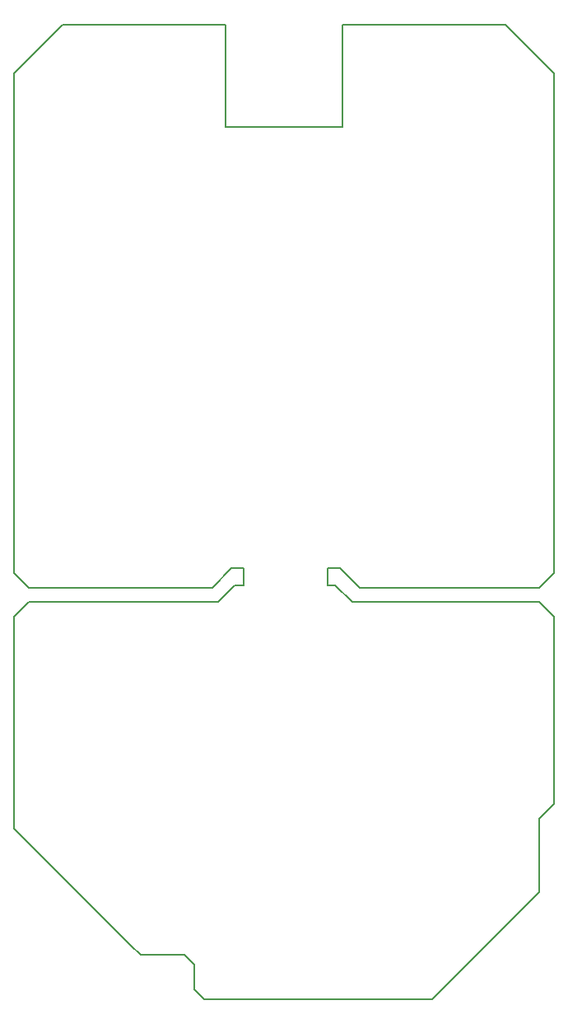
<source format=gbr>
%TF.GenerationSoftware,KiCad,Pcbnew,7.0.2-6a45011f42~172~ubuntu22.04.1*%
%TF.CreationDate,2023-05-16T10:09:17+01:00*%
%TF.ProjectId,greenbean,67726565-6e62-4656-916e-2e6b69636164,rev?*%
%TF.SameCoordinates,Original*%
%TF.FileFunction,Profile,NP*%
%FSLAX46Y46*%
G04 Gerber Fmt 4.6, Leading zero omitted, Abs format (unit mm)*
G04 Created by KiCad (PCBNEW 7.0.2-6a45011f42~172~ubuntu22.04.1) date 2023-05-16 10:09:17*
%MOMM*%
%LPD*%
G01*
G04 APERTURE LIST*
%TA.AperFunction,Profile*%
%ADD10C,0.150000*%
%TD*%
G04 APERTURE END LIST*
D10*
X144280000Y-110480000D02*
X145170000Y-110480000D01*
X175580000Y-141980000D02*
X164580000Y-152980000D01*
X175580000Y-134480000D02*
X177080000Y-132980000D01*
X143330000Y-63480000D02*
X155330000Y-63480000D01*
X121580000Y-135480000D02*
X121580000Y-121980000D01*
X172080000Y-52980000D02*
X177080000Y-57980000D01*
X154580000Y-110480000D02*
X156330000Y-112230000D01*
X141930000Y-110730000D02*
X123080000Y-110730000D01*
X175580000Y-110730000D02*
X177080000Y-109230000D01*
X143930000Y-108710000D02*
X141930000Y-110730000D01*
X177080000Y-85980000D02*
X177080000Y-57980000D01*
X177080000Y-109230000D02*
X177080000Y-85980000D01*
X141080000Y-152980000D02*
X140080000Y-151980000D01*
X177080000Y-132980000D02*
X177080000Y-113730000D01*
X155080000Y-108730000D02*
X157080000Y-110730000D01*
X153840000Y-110480000D02*
X154580000Y-110480000D01*
X155330000Y-63480000D02*
X155330000Y-52980000D01*
X155080000Y-108730000D02*
X153840000Y-108730000D01*
X141080000Y-152980000D02*
X164580000Y-152980000D01*
X145170000Y-110480000D02*
X145170000Y-108710000D01*
X123080000Y-110730000D02*
X121580000Y-109230000D01*
X156330000Y-112230000D02*
X171330000Y-112230000D01*
X134580000Y-148480000D02*
X133580000Y-147480000D01*
X121580000Y-113730000D02*
X121580000Y-121980000D01*
X140080000Y-149480000D02*
X139080000Y-148480000D01*
X123080000Y-110730000D02*
X123080000Y-110730000D01*
X140080000Y-151980000D02*
X140080000Y-149480000D01*
X155330000Y-52980000D02*
X172080000Y-52980000D01*
X142530000Y-112230000D02*
X123580000Y-112230000D01*
X139080000Y-148480000D02*
X135080000Y-148480000D01*
X123080000Y-112230000D02*
X121580000Y-113730000D01*
X177080000Y-113730000D02*
X175580000Y-112230000D01*
X175580000Y-134480000D02*
X175580000Y-141980000D01*
X135080000Y-148480000D02*
X134580000Y-148480000D01*
X143330000Y-52980000D02*
X126580000Y-52980000D01*
X123580000Y-112230000D02*
X123080000Y-112230000D01*
X153840000Y-108730000D02*
X153840000Y-110480000D01*
X157080000Y-110730000D02*
X175580000Y-110730000D01*
X121580000Y-57980000D02*
X121580000Y-109230000D01*
X175580000Y-112230000D02*
X171330000Y-112230000D01*
X143330000Y-52980000D02*
X143330000Y-63480000D01*
X145170000Y-108710000D02*
X143930000Y-108710000D01*
X144280000Y-110480000D02*
X142530000Y-112230000D01*
X121580000Y-57980000D02*
X126580000Y-52980000D01*
X133580000Y-147480000D02*
X121580000Y-135480000D01*
M02*

</source>
